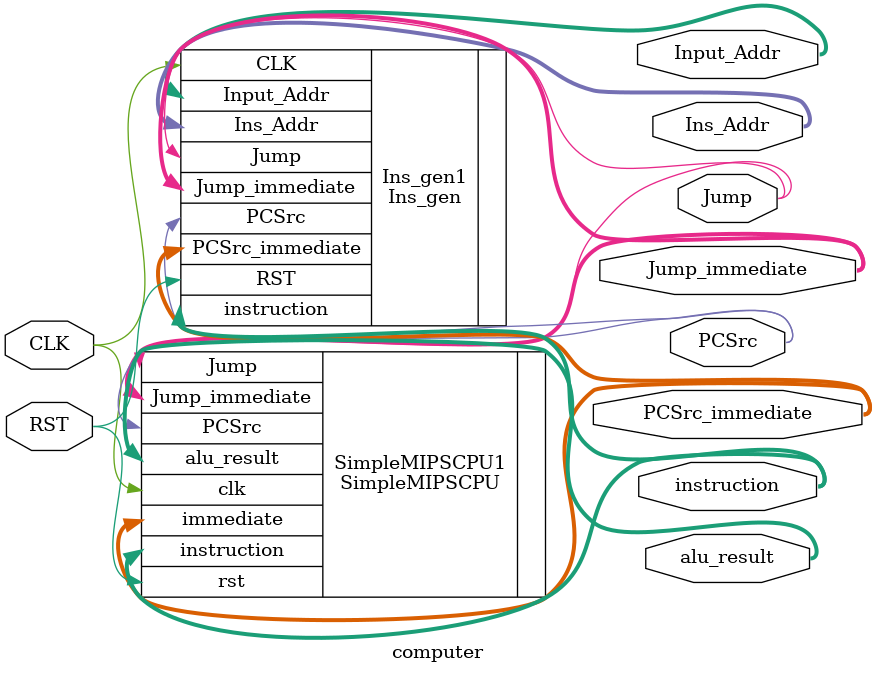
<source format=v>
module computer(
    input CLK,
    input RST,
    output wire [31:0] instruction, Input_Addr, Ins_Addr, PCSrc_immediate, alu_result,
    output wire [25:0] Jump_immediate,
    output wire PCSrc, Jump
);

    // wire [31:0] PCSrc_immediate;
    // wire [25:0] Jump_immediate;
    // wire PCSrc, Jump;

    Ins_gen Ins_gen1(
        .CLK(CLK),
        .RST(RST),
        .PCSrc_immediate(PCSrc_immediate),
        .Jump_immediate(Jump_immediate),
        .PCSrc(PCSrc),
        .Jump(Jump),
        .instruction(instruction),
        .Input_Addr(Input_Addr),
        .Ins_Addr(Ins_Addr)
    );

    SimpleMIPSCPU SimpleMIPSCPU1(
        .clk(CLK),
        .rst(RST),
        .instruction(instruction),
        .Jump_immediate(Jump_immediate),
        .immediate(PCSrc_immediate),
        .PCSrc(PCSrc),
        .Jump(Jump),
        .alu_result(alu_result)
    );

endmodule
</source>
